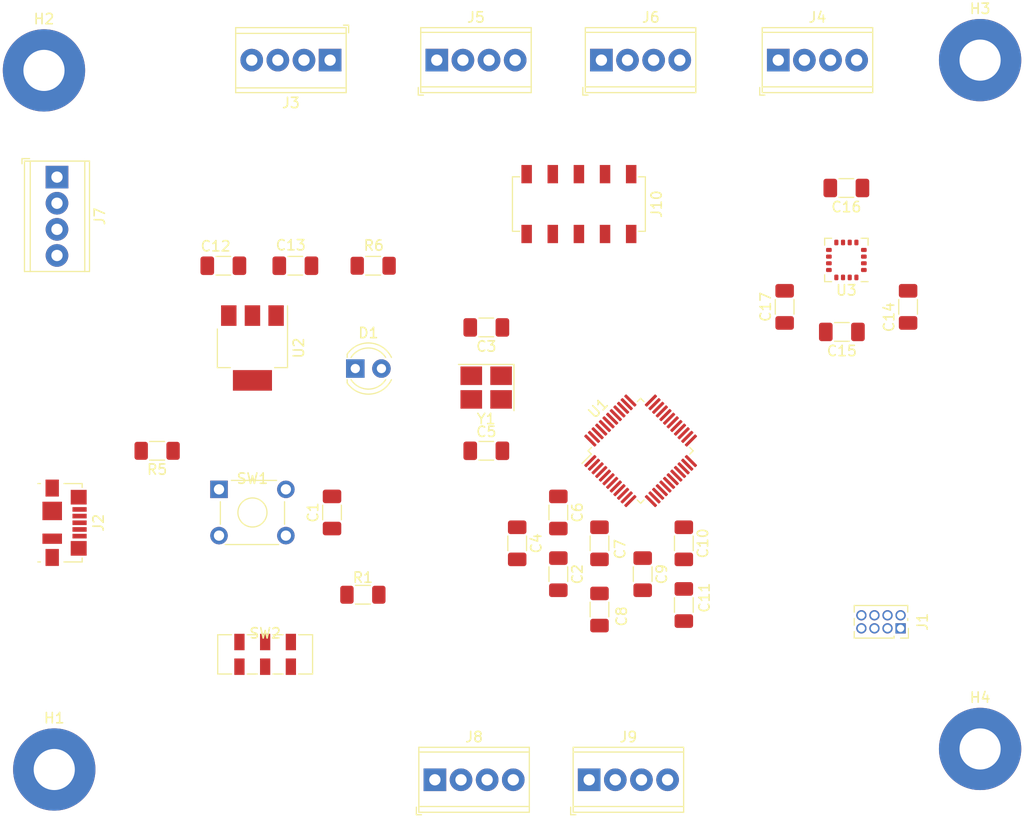
<source format=kicad_pcb>
(kicad_pcb (version 20211014) (generator pcbnew)
  (layers (0 "F.Cu" signal) (31 "B.Cu" signal) (34 "B.Paste" user) (35 "F.Paste" user) (36 "B.SilkS" user "B.Silkscreen") (37 "F.SilkS" user "F.Silkscreen") (38 "B.Mask" user) (39 "F.Mask" user) (44 "Edge.Cuts" user))
  (net 0 "")
  (net 1 "A4")
  (net 2 "GYRO_INT")
  (net 3 "A10")
  (net 4 "GND")
  (net 5 "A0")
  (net 6 "A1")
  (net 7 "A2")
  (net 8 "A3")
  (net 9 "+7.5V")
  (net 12 "D9")
  (net 13 "3.3")
  (net 14 "D5")
  (net 15 "D6")
  (net 16 "D7")
  (net 17 "D8")
  (net 18 "C15")
  (net 19 "D0")
  (net 20 "D1")
  (net 21 "D2")
  (net 22 "C13")
  (net 23 "C14")
  (net 24 "Net-(D1-Pad1)")
  (net 25 "+3.3V")
  (net 26 "/USB_D+")
  (net 27 "Net-(R1-Pad1)")
  (net 28 "/variable_boot")
  (net 29 "+3V3")
  (net 30 "/RCC_OSC_IN")
  (net 31 "/RCC_OSC_OUT")
  (net 32 "nRST")
  (net 33 "SCK")
  (net 34 "MISO")
  (net 35 "MOSI")
  (net 36 "I2C_SCL")
  (net 37 "I2C_SDA")
  (net 38 "GYRO_SDO")
  (net 39 "GYRO_CS")
  (net 40 "DRDY")
  (net 41 "DEN")
  (net 42 "nrf_CE")
  (net 43 "/USB_D-")
  (net 44 "SWDIO")
  (net 45 "SWCLK")
  (net 46 "TDI")
  (net 47 "TDO")
  (net 49 "Net-(C17-Pad1)")
  (footprint "Capacitor_SMD:C_1206_3216Metric_Pad1.33x1.80mm_HandSolder" (layer "F.Cu") (at 132 132 -90)
    (fp_text reference "C7" (at 0.5625 -2 90) (layer "F.SilkS"))
    (fp_text value "100n")
    (fp_line (start -0.711252 0.91) (end 0.711252 0.91) (layer "F.SilkS") (width 0.12))
    (fp_line (start -0.711252 -0.91) (end 0.711252 -0.91) (layer "F.SilkS") (width 0.12))
    (pad "1" smd roundrect (at -1.5625 0 270) (size 1.325 1.8) (layers "F.Cu" "F.Paste" "F.Mask") (roundrect_rratio 0.188679) (net 29 "+3V3"))
    (pad "2" smd roundrect (at 1.5625 0 270) (size 1.325 1.8) (layers "F.Cu" "F.Paste" "F.Mask") (roundrect_rratio 0.188679) (net 4 "GND"))
  )
  (footprint "Package_TO_SOT_SMD:SOT-223-3_TabPin2" (layer "F.Cu") (at 98.265 113 -90)
    (fp_text reference "U2" (at 0 -4.5 90) (layer "F.SilkS"))
    (fp_text value "AMS1117-3.3")
    (fp_line (start -1.85 3.41) (end 1.91 3.41) (layer "F.SilkS") (width 0.12))
    (fp_line (start 1.91 3.41) (end 1.91 2.15) (layer "F.SilkS") (width 0.12))
    (fp_line (start -4.1 -3.41) (end 1.91 -3.41) (layer "F.SilkS") (width 0.12))
    (fp_line (start 1.91 -3.41) (end 1.91 -2.15) (layer "F.SilkS") (width 0.12))
    (pad "1" smd rect (at -3.15 -2.3 270) (size 2 1.5) (layers "F.Cu" "F.Paste" "F.Mask") (net 4 "GND"))
    (pad "2" smd rect (at 3.15 0 270) (size 2 3.8) (layers "F.Cu" "F.Paste" "F.Mask") (net 25 "+3.3V"))
    (pad "2" smd rect (at -3.15 0 270) (size 2 1.5) (layers "F.Cu" "F.Paste" "F.Mask") (net 25 "+3.3V"))
    (pad "3" smd rect (at -3.15 2.3 270) (size 2 1.5) (layers "F.Cu" "F.Paste" "F.Mask") (net 9 "+7.5V"))
  )
  (footprint "Crystal:Crystal_SMD_TXC_7M-4Pin_3.2x2.5mm_HandSoldering" (layer "F.Cu") (at 120.9875 116.85 180)
    (fp_text reference "Y1" (at 0 -3.05) (layer "F.SilkS"))
    (fp_text value "16MHz")
    (fp_line (start -2.7 2.25) (end 2.7 2.25) (layer "F.SilkS") (width 0.12))
    (fp_line (start -2.7 -2.25) (end -2.7 2.25) (layer "F.SilkS") (width 0.12))
    (pad "1" smd rect (at -1.45 1.15 180) (size 2.1 1.8) (layers "F.Cu" "F.Paste" "F.Mask") (net 30 "/RCC_OSC_IN"))
    (pad "2" smd rect (at 1.45 1.15 180) (size 2.1 1.8) (layers "F.Cu" "F.Paste" "F.Mask") (net 4 "GND"))
    (pad "3" smd rect (at 1.45 -1.15 180) (size 2.1 1.8) (layers "F.Cu" "F.Paste" "F.Mask") (net 31 "/RCC_OSC_OUT"))
    (pad "4" smd rect (at -1.45 -1.15 180) (size 2.1 1.8) (layers "F.Cu" "F.Paste" "F.Mask") (net 4 "GND"))
  )
  (footprint "TerminalBlock_Phoenix:TerminalBlock_Phoenix_MPT-0,5-4-2.54_1x04_P2.54mm_Horizontal" (layer "F.Cu") (at 116 155)
    (fp_text reference "J8" (at 3.81 -4.16) (layer "F.SilkS"))
    (fp_text value "1x4")
    (fp_line (start -1.8 3.4) (end -1.3 3.4) (layer "F.SilkS") (width 0.12))
    (fp_line (start -1.8 2.66) (end -1.8 3.4) (layer "F.SilkS") (width 0.12))
    (fp_line (start -1.56 -2.7) (end 9.18 -2.7) (layer "F.SilkS") (width 0.12))
    (fp_line (start -1.56 3.16) (end 9.18 3.16) (layer "F.SilkS") (width 0.12))
    (fp_line (start 9.18 -3.16) (end 9.18 3.16) (layer "F.SilkS") (width 0.12))
    (fp_line (start -1.56 -3.16) (end 9.18 -3.16) (layer "F.SilkS") (width 0.12))
    (fp_line (start -1.56 -3.16) (end -1.56 3.16) (layer "F.SilkS") (width 0.12))
    (fp_line (start -1.56 2.6) (end 9.18 2.6) (layer "F.SilkS") (width 0.12))
    (pad "1" thru_hole rect (at 0 0) (size 2.2 2.2) (drill 1.1) (layers *.Cu *.Mask) (net 5 "A0"))
    (pad "2" thru_hole circle (at 2.54 0) (size 2.2 2.2) (drill 1.1) (layers *.Cu *.Mask) (net 6 "A1"))
    (pad "3" thru_hole circle (at 5.08 0) (size 2.2 2.2) (drill 1.1) (layers *.Cu *.Mask) (net 7 "A2"))
    (pad "4" thru_hole circle (at 7.62 0) (size 2.2 2.2) (drill 1.1) (layers *.Cu *.Mask) (net 8 "A3"))
  )
  (footprint "Button_Switch_THT:SW_TH_Tactile_Omron_B3F-10xx" (layer "F.Cu") (at 95.015 126.75)
    (fp_text reference "SW1" (at 3.25 -1.05) (layer "F.SilkS"))
    (fp_text value "SW_SPST")
    (fp_line (start 0.6 5.37) (end 5.8 5.37) (layer "F.SilkS") (width 0.12))
    (fp_line (start 0.13 3.4) (end 0.13 1.2) (layer "F.SilkS") (width 0.12))
    (fp_line (start 1.2 -0.87) (end 5.6 -0.87) (layer "F.SilkS") (width 0.12))
    (fp_line (start 6.37 1.2) (end 6.37 3.4) (layer "F.SilkS") (width 0.12))
    (fp_circle (center 3.25 2.25) (end 4.25 3.25) (layer "F.SilkS") (width 0.12) (fill none))
    (pad "1" thru_hole circle (at 6.5 0) (size 1.7 1.7) (drill 1) (layers *.Cu *.Mask) (net 4 "GND"))
    (pad "1" thru_hole rect (at 0 0) (size 1.7 1.7) (drill 1) (layers *.Cu *.Mask) (net 4 "GND"))
    (pad "2" thru_hole circle (at 0 4.5) (size 1.7 1.7) (drill 1) (layers *.Cu *.Mask) (net 32 "nRST"))
    (pad "2" thru_hole circle (at 6.5 4.5) (size 1.7 1.7) (drill 1) (layers *.Cu *.Mask) (net 32 "nRST"))
  )
  (footprint "Capacitor_SMD:C_1206_3216Metric_Pad1.33x1.80mm_HandSolder" (layer "F.Cu") (at 150 109 90)
    (fp_text reference "C17" (at 0 -1.85 90) (layer "F.SilkS"))
    (fp_text value "10n")
    (fp_line (start -0.711252 -0.91) (end 0.711252 -0.91) (layer "F.SilkS") (width 0.12))
    (fp_line (start -0.711252 0.91) (end 0.711252 0.91) (layer "F.SilkS") (width 0.12))
    (pad "1" smd roundrect (at -1.5625 0 90) (size 1.325 1.8) (layers "F.Cu" "F.Paste" "F.Mask") (roundrect_rratio 0.188679) (net 49 "Net-(C17-Pad1)"))
    (pad "2" smd roundrect (at 1.5625 0 90) (size 1.325 1.8) (layers "F.Cu" "F.Paste" "F.Mask") (roundrect_rratio 0.188679) (net 4 "GND"))
  )
  (footprint "Connector_Harwin:Harwin_M20-7810545_2x05_P2.54mm_Vertical" (layer "F.Cu") (at 130 99 -90)
    (fp_text reference "J10" (at 0 -7.55 90) (layer "F.SilkS"))
    (fp_text value "Conn_02x05_Odd_Even")
    (fp_line (start 2.65 -6.46) (end 2.65 -5.76) (layer "F.SilkS") (width 0.12))
    (fp_line (start -2.65 -6.46) (end 2.65 -6.46) (layer "F.SilkS") (width 0.12))
    (fp_line (start -2.65 6.46) (end 2.65 6.46) (layer "F.SilkS") (width 0.12))
    (fp_line (start -2.65 5.76) (end -2.65 6.46) (layer "F.SilkS") (width 0.12))
    (fp_line (start 2.65 6.46) (end 2.65 5.76) (layer "F.SilkS") (width 0.12))
    (fp_line (start -2.65 -5.76) (end -2.65 -6.46) (layer "F.SilkS") (width 0.12))
    (pad "" np_thru_hole circle (at 1.27 2.54 270) (size 1.02 1.02) (drill 1.02) (layers *.Cu *.Mask))
    (pad "" np_thru_hole circle (at -1.27 0 270) (size 1.02 1.02) (drill 1.02) (layers *.Cu *.Mask))
    (pad "" np_thru_hole circle (at 1.27 -5.08 270) (size 1.02 1.02) (drill 1.02) (layers *.Cu *.Mask))
    (pad "" np_thru_hole circle (at 0 -3.81 270) (size 1.8 1.8) (drill 1.8) (layers *.Cu *.Mask))
    (pad "" np_thru_hole circle (at 1.27 -2.54 270) (size 1.02 1.02) (drill 1.02) (layers *.Cu *.Mask))
    (pad "" np_thru_hole circle (at 0 3.81 270) (size 1.8 1.8) (drill 1.8) (layers *.Cu *.Mask))
    (pad "" np_thru_hole circle (at -1.27 2.54 270) (size 1.02 1.02) (drill 1.02) (layers *.Cu *.Mask))
    (pad "" np_thru_hole circle (at -1.27 -5.08 270) (size 1.02 1.02) (drill 1.02) (layers *.Cu *.Mask))
    (pad "" np_thru_hole circle (at -1.27 -2.54 270) (size 1.02 1.02) (drill 1.02) (layers *.Cu *.Mask))
    (pad "" np_thru_hole circle (at -1.27 5.08 270) (size 1.02 1.02) (drill 1.02) (layers *.Cu *.Mask))
    (pad "" np_thru_hole circle (at 1.27 5.08 270) (size 1.02 1.02) (drill 1.02) (layers *.Cu *.Mask))
    (pad "" np_thru_hole circle (at 1.27 0 270) (size 1.02 1.02) (drill 1.02) (layers *.Cu *.Mask))
    (pad "1" smd rect (at -2.91 -5.08 270) (size 1.78 1.02) (layers "F.Cu" "F.Paste" "F.Mask") (net 9 "+7.5V"))
    (pad "2" smd rect (at -2.91 -2.54 270) (size 1.78 1.02) (layers "F.Cu" "F.Paste" "F.Mask") (net 44 "SWDIO"))
    (pad "3" smd rect (at -2.91 0 270) (size 1.78 1.02) (layers "F.Cu" "F.Paste" "F.Mask") (net 4 "GND"))
    (pad "4" smd rect (at -2.91 2.54 270) (size 1.78 1.02) (layers "F.Cu" "F.Paste" "F.Mask") (net 45 "SWCLK"))
    (pad "5" smd rect (at -2.91 5.08 270) (size 1.78 1.02) (layers "F.Cu" "F.Paste" "F.Mask") (net 4 "GND"))
    (pad "6" smd rect (at 2.91 -5.08 270) (size 1.78 1.02) (layers "F.Cu" "F.Paste" "F.Mask") (net 47 "TDO"))
    (pad "7" smd rect (at 2.91 -2.54 270) (size 1.78 1.02) (layers "F.Cu" "F.Paste" "F.Mask"))
    (pad "8" smd rect (at 2.91 0 270) (size 1.78 1.02) (layers "F.Cu" "F.Paste" "F.Mask") (net 46 "TDI"))
    (pad "9" smd rect (at 2.91 2.54 270) (size 1.78 1.02) (layers "F.Cu" "F.Paste" "F.Mask") (net 4 "GND"))
    (pad "10" smd rect (at 2.91 5.08 270) (size 1.78 1.02) (layers "F.Cu" "F.Paste" "F.Mask") (net 32 "nRST"))
  )
  (footprint "Capacitor_SMD:C_1206_3216Metric_Pad1.33x1.80mm_HandSolder" (layer "F.Cu") (at 140.2 132 -90)
    (fp_text reference "C10" (at 0 -1.85 90) (layer "F.SilkS"))
    (fp_text value "100n")
    (fp_line (start -0.711252 0.91) (end 0.711252 0.91) (layer "F.SilkS") (width 0.12))
    (fp_line (start -0.711252 -0.91) (end 0.711252 -0.91) (layer "F.SilkS") (width 0.12))
    (pad "1" smd roundrect (at -1.5625 0 270) (size 1.325 1.8) (layers "F.Cu" "F.Paste" "F.Mask") (roundrect_rratio 0.188679) (net 29 "+3V3"))
    (pad "2" smd roundrect (at 1.5625 0 270) (size 1.325 1.8) (layers "F.Cu" "F.Paste" "F.Mask") (roundrect_rratio 0.188679) (net 4 "GND"))
  )
  (footprint "TerminalBlock_Phoenix:TerminalBlock_Phoenix_MPT-0,5-4-2.54_1x04_P2.54mm_Horizontal" (layer "F.Cu") (at 105.815 85 180)
    (fp_text reference "J3" (at 3.81 -4.16) (layer "F.SilkS"))
    (fp_text value "1x4")
    (fp_line (start -1.56 3.16) (end 9.18 3.16) (layer "F.SilkS") (width 0.12))
    (fp_line (start 9.18 -3.16) (end 9.18 3.16) (layer "F.SilkS") (width 0.12))
    (fp_line (start -1.56 2.6) (end 9.18 2.6) (layer "F.SilkS") (width 0.12))
    (fp_line (start -1.8 3.4) (end -1.3 3.4) (layer "F.SilkS") (width 0.12))
    (fp_line (start -1.8 2.66) (end -1.8 3.4) (layer "F.SilkS") (width 0.12))
    (fp_line (start -1.56 -2.7) (end 9.18 -2.7) (layer "F.SilkS") (width 0.12))
    (fp_line (start -1.56 -3.16) (end -1.56 3.16) (layer "F.SilkS") (width 0.12))
    (fp_line (start -1.56 -3.16) (end 9.18 -3.16) (layer "F.SilkS") (width 0.12))
    (pad "1" thru_hole rect (at 0 0 180) (size 2.2 2.2) (drill 1.1) (layers *.Cu *.Mask) (net 13 "3.3"))
    (pad "2" thru_hole circle (at 2.54 0 180) (size 2.2 2.2) (drill 1.1) (layers *.Cu *.Mask) (net 4 "GND"))
    (pad "3" thru_hole circle (at 5.08 0 180) (size 2.2 2.2) (drill 1.1) (layers *.Cu *.Mask) (net 22 "C13"))
    (pad "4" thru_hole circle (at 7.62 0 180) (size 2.2 2.2) (drill 1.1) (layers *.Cu *.Mask) (net 23 "C14"))
  )
  (footprint "LED_THT:LED_D4.0mm" (layer "F.Cu") (at 108.265 115)
    (fp_text reference "D1" (at 1.27 -3.46) (layer "F.SilkS"))
    (fp_text value "LED")
    (fp_line (start -0.79 -1.399) (end -0.79 -1.08) (layer "F.SilkS") (width 0.12))
    (fp_line (start -0.79 1.08) (end -0.79 1.399) (layer "F.SilkS") (width 0.12))
    (fp_arc (start 3.513242 1.080724) (mid 1.453519 2.483228) (end -0.79 1.398749) (layer "F.SilkS") (width 0.12))
    (fp_arc (start -0.41333 -1.08) (mid 1.269429 -2) (end 2.952713 -1.080961) (layer "F.SilkS") (width 0.12))
    (fp_arc (start 2.952713 1.080961) (mid 1.269429 2) (end -0.41333 1.08) (layer "F.SilkS") (width 0.12))
    (fp_arc (start -0.79 -1.398749) (mid 1.453519 -2.483228) (end 3.513242 -1.080724) (layer "F.SilkS") (width 0.12))
    (pad "1" thru_hole rect (at 0 0) (size 1.8 1.8) (drill 0.9) (layers *.Cu *.Mask) (net 24 "Net-(D1-Pad1)"))
    (pad "2" thru_hole circle (at 2.54 0) (size 1.8 1.8) (drill 0.9) (layers *.Cu *.Mask) (net 25 "+3.3V"))
  )
  (footprint "TerminalBlock_Phoenix:TerminalBlock_Phoenix_MPT-0,5-4-2.54_1x04_P2.54mm_Horizontal" (layer "F.Cu") (at 132.185 85)
    (fp_text reference "J6" (at 4.81 -4.16) (layer "F.SilkS"))
    (fp_text value "1x4")
    (fp_line (start -1.56 3.16) (end 9.18 3.16) (layer "F.SilkS") (width 0.12))
    (fp_line (start -1.8 2.66) (end -1.8 3.4) (layer "F.SilkS") (width 0.12))
    (fp_line (start -1.56 2.6) (end 9.18 2.6) (layer "F.SilkS") (width 0.12))
    (fp_line (start -1.56 -3.16) (end -1.56 3.16) (layer "F.SilkS") (width 0.12))
    (fp_line (start -1.56 -2.7) (end 9.18 -2.7) (layer "F.SilkS") (width 0.12))
    (fp_line (start -1.56 -3.16) (end 9.18 -3.16) (layer "F.SilkS") (width 0.12))
    (fp_line (start -1.8 3.4) (end -1.3 3.4) (layer "F.SilkS") (width 0.12))
    (fp_line (start 9.18 -3.16) (end 9.18 3.16) (layer "F.SilkS") (width 0.12))
    (pad "1" thru_hole rect (at 0 0) (size 2.2 2.2) (drill 1.1) (layers *.Cu *.Mask) (net 12 "D9"))
    (pad "2" thru_hole circle (at 2.54 0) (size 2.2 2.2) (drill 1.1) (layers *.Cu *.Mask) (net 4 "GND"))
    (pad "3" thru_hole circle (at 5.08 0) (size 2.2 2.2) (drill 1.1) (layers *.Cu *.Mask) (net 4 "GND"))
    (pad "4" thru_hole circle (at 7.62 0) (size 2.2 2.2) (drill 1.1) (layers *.Cu *.Mask) (net 13 "3.3"))
  )
  (footprint "Package_QFP:LQFP-48_7x7mm_P0.5mm" (layer "F.Cu") (at 136 123 45)
    (fp_text reference "U1" (at 0 -5.85 45) (layer "F.SilkS"))
    (fp_text value "STM32F103CBT6")
    (fp_line (start 3.16 -3.61) (end 3.61 -3.61) (layer "F.SilkS") (width 0.12))
    (fp_line (start -3.16 -3.61) (end -3.61 -3.61) (layer "F.SilkS") (width 0.12))
    (fp_line (start -3.16 3.61) (end -3.61 3.61) (layer "F.SilkS") (width 0.12))
    (fp_line (start 3.16 3.61) (end 3.61 3.61) (layer "F.SilkS") (width 0.12))
    (fp_line (start 3.61 -3.61) (end 3.61 -3.16) (layer "F.SilkS") (width 0.12))
    (fp_line (start -3.61 3.61) (end -3.61 3.16) (layer "F.SilkS") (width 0.12))
    (fp_line (start -3.61 -3.16) (end -4.9 -3.16) (layer "F.SilkS") (width 0.12))
    (fp_line (start 3.61 3.61) (end 3.61 3.16) (layer "F.SilkS") (width 0.12))
    (fp_line (start -3.61 -3.61) (end -3.61 -3.16) (layer "F.SilkS") (width 0.12))
    (pad "1" smd roundrect (at -4.1625 -2.75 45) (size 1.475 0.3) (layers "F.Cu" "F.Paste" "F.Mask") (net 29 "+3V3"))
    (pad "2" smd roundrect (at -4.1625 -2.25 45) (size 1.475 0.3) (layers "F.Cu" "F.Paste" "F.Mask") (net 22 "C13"))
    (pad "3" smd roundrect (at -4.1625 -1.75 45) (size 1.475 0.3) (layers "F.Cu" "F.Paste" "F.Mask") (net 23 "C14"))
    (pad "4" smd roundrect (at -4.1625 -1.25 45) (size 1.475 0.3) (layers "F.Cu" "F.Paste" "F.Mask") (net 18 "C15"))
    (pad "5" smd roundrect (at -4.1625 -0.75 45) (size 1.475 0.3) (layers "F.Cu" "F.Paste" "F.Mask") (net 30 "/RCC_OSC_IN"))
    (pad "6" smd roundrect (at -4.1625 -0.25 45) (size 1.475 0.3) (layers "F.Cu" "F.Paste" "F.Mask") (net 31 "/RCC_OSC_OUT"))
    (pad "7" smd roundrect (at -4.1625 0.25 45) (size 1.475 0.3) (layers "F.Cu" "F.Paste" "F.Mask") (net 32 "nRST"))
    (pad "8" smd roundrect (at -4.1625 0.75 45) (size 1.475 0.3) (layers "F.Cu" "F.Paste" "F.Mask") (net 4 "GND"))
    (pad "9" smd roundrect (at -4.1625 1.25 45) (size 1.475 0.3) (layers "F.Cu" "F.Paste" "F.Mask") (net 29 "+3V3"))
    (pad "10" smd roundrect (at -4.1625 1.75 45) (size 1.475 0.3) (layers "F.Cu" "F.Paste" "F.Mask") (net 5 "A0"))
    (pad "11" smd roundrect (at -4.1625 2.25 45) (size 1.475 0.3) (layers "F.Cu" "F.Paste" "F.Mask") (net 6 "A1"))
    (pad "12" smd roundrect (at -4.1625 2.75 45) (size 1.475 0.3) (layers "F.Cu" "F.Paste" "F.Mask") (net 7 "A2"))
    (pad "13" smd roundrect (at -2.75 4.1625 45) (size 0.3 1.475) (layers "F.Cu" "F.Paste" "F.Mask") (net 8 "A3"))
    (pad "14" smd roundrect (at -2.25 4.1625 45) (size 0.3 1.475) (layers "F.Cu" "F.Paste" "F.Mask") (net 1 "A4"))
    (pad "15" smd roundrect (at -1.75 4.1625 45) (size 0.3 1.475) (layers "F.Cu" "F.Paste" "F.Mask") (net 33 "SCK"))
    (pad "16" smd roundrect (at -1.25 4.1625 45) (size 0.3 1.475) (layers "F.Cu" "F.Paste" "F.Mask") (net 34 "MISO"))
    (pad "17" smd roundrect (at -0.75 4.1625 45) (size 0.3 1.475) (layers "F.Cu" "F.Paste" "F.Mask") (net 35 "MOSI"))
    (pad "18" smd roundrect (at -0.25 4.1625 45) (size 0.3 1.475) (layers "F.Cu" "F.Paste" "F.Mask") (net 19 "D0"))
    (pad "19" smd roundrect (at 0.25 4.1625 45) (size 0.3 1.475) (layers "F.Cu" "F.Paste" "F.Mask") (net 20 "D1"))
    (pad "20" smd roundrect (at 0.75 4.1625 45) (size 0.3 1.475) (layers "F.Cu" "F.Paste" "F.Mask") (net 21 "D2"))
    (pad "21" smd roundrect (at 1.25 4.1625 45) (size 0.3 1.475) (layers "F.Cu" "F.Paste" "F.Mask") (net 36 "I2C_SCL"))
    (pad "22" smd roundrect (at 1.75 4.1625 45) (size 0.3 1.475) (layers "F.Cu" "F.Paste" "F.Mask") (net 37 "I2C_SDA"))
    (pad "23" smd roundrect (at 2.25 4.1625 45) (size 0.3 1.475) (layers "F.Cu" "F.Paste" "F.Mask") (net 4 "GND"))
    (pad "24" smd roundrect (at 2.75 4.1625 45) (size 0.3 1.475) (layers "F.Cu" "F.Paste" "F.Mask") (net 29 "+3V3"))
    (pad "25" smd roundrect (at 4.1625 2.75 45) (size 1.475 0.3) (layers "F.Cu" "F.Paste" "F.Mask") (net 38 "GYRO_SDO"))
    (pad "26" smd roundrect (at 4.1625 2.25 45) (size 1.475 0.3) (layers "F.Cu" "F.Paste" "F.Mask") (net 39 "GYRO_CS"))
    (pad "27" smd roundrect (at 4.1625 1.75 45) (size 1.475 0.3) (layers "F.Cu" "F.Paste" "F.Mask") (net 40 "DRDY"))
    (pad "28" smd roundrect (at 4.1625 1.25 45) (size 1.475 0.3) (layers "F.Cu" "F.Paste" "F.Mask") (net 41 "DEN"))
    (pad "29" smd roundrect (at 4.1625 0.75 45) (size 1.475 0.3) (layers "F.Cu" "F.Paste" "F.Mask") (net 42 "nrf_CE"))
    (pad "30" smd roundrect (at 4.1625 0.25 45) (size 1.475 0.3) (layers "F.Cu" "F.Paste" "F.Mask") (net 2 "GYRO_INT"))
    (pad "31" smd roundrect (at 4.1625 -0.25 45) (size 1.475 0.3) (layers "F.Cu" "F.Paste" "F.Mask") (net 3 "A10"))
    (pad "32" smd roundrect (at 4.1625 -0.75 45) (size 1.475 0.3) (layers "F.Cu" "F.Paste" "F.Mask") (net 43 "/USB_D-"))
    (pad "33" smd roundrect (at 4.1625 -1.25 45) (size 1.475 0.3) (layers "F.Cu" "F.Paste" "F.Mask") (net 26 "/USB_D+"))
    (pad "34" smd roundrect (at 4.1625 -1.75 45) (size 1.475 0.3) (layers "F.Cu" "F.Paste" "F.Mask") (net 44 "SWDIO"))
    (pad "35" smd roundrect (at 4.1625 -2.25 45) (size 1.475 0.3) (layers "F.Cu" "F.Paste" "F.Mask") (net 4 "GND"))
    (pad "36" smd roundrect (at 4.1625 -2.75 45) (size 1.475 0.3) (layers "F.Cu" "F.Paste" "F.Mask") (net 29 "+3V3"))
    (pad "37" smd roundrect (at 2.75 -4.1625 45) (size 0.3 1.475) (layers "F.Cu" "F.Paste" "F.Mask") (net 45 "SWCLK"))
    (pad "38" smd roundrect (at 2.25 -4.1625 45) (size 0.3 1.475) (layers "F.Cu" "F.Paste" "F.Mask") (net 46 "TDI"))
    (pad "39" smd roundrect (at 1.75 -4.1625 45) (size 0.3 1.475) (layers "F.Cu" "F.Paste" "F.Mask") (net 47 "TDO"))
    (pad "40" smd roundrect (at 1.25 -4.1625 45) (size 0.3 1.475) (layers "F.Cu" "F.Paste" "F.Mask"))
    (pad "41" smd roundrect (at 0.75 -4.1625 45) (size 0.3 1.475) (layers "F.Cu" "F.Paste" "F.Mask") (net 14 "D5"))
    (pad "42" smd roundrect (at 0.25 -4.1625 45) (size 0.3 1.475) (layers "F.Cu" "F.Paste" "F.Mask") (net 15 "D6"))
    (pad "43" smd roundrect (at -0.25 -4.1625 45) (size 0.3 1.475) (layers "F.Cu" "F.Paste" "F.Mask") (net 16 "D7"))
    (pad "44" smd roundrect (at -0.75 -4.1625 45) (size 0.3 1.475) (layers "F.Cu" "F.Paste" "F.Mask") (net 28 "/variable_boot"))
    (pad "45" smd roundrect (at -1.25 -4.1625 45) (size 0.3 1.475) (layers "F.Cu" "F.Paste" "F.Mask") (net 17 "D8"))
    (pad "46" smd roundrect (at -1.75 -4.1625 45) (size 0.3 1.475) (layers "F.Cu" "F.Paste" "F.Mask") (net 12 "D9"))
    (pad "47" smd roundrect (at -2.25 -4.1625 45) (size 0.3 1.475) (layers "F.Cu" "F.Paste" "F.Mask") (net 4 "GND"))
    (pad "48" smd roundrect (at -2.75 -4.1625 45) (size 0.3 1.475) (layers "F.Cu" "F.Paste" "F.Mask") (net 29 "+3V3"))
  )
  (footprint "Capacitor_SMD:C_1206_3216Metric_Pad1.33x1.80mm_HandSolder" (layer "F.Cu") (at 106 129 90)
    (fp_text reference "C1" (at 0 -1.85 90) (layer "F.SilkS"))
    (fp_text value "100n")
    (fp_line (start -0.711252 -0.91) (end 0.711252 -0.91) (layer "F.SilkS") (width 0.12))
    (fp_line (start -0.711252 0.91) (end 0.711252 0.91) (layer "F.SilkS") (width 0.12))
    (pad "1" smd roundrect (at -1.5625 0 90) (size 1.325 1.8) (layers "F.Cu" "F.Paste" "F.Mask") (roundrect_rratio 0.188679) (net 32 "nRST"))
    (pad "2" smd roundrect (at 1.5625 0 90) (size 1.325 1.8) (layers "F.Cu" "F.Paste" "F.Mask") (roundrect_rratio 0.188679) (net 4 "GND"))
  )
  (footprint "Connector_USB:USB_Micro-B_Molex_47346-0001" (layer "F.Cu") (at 80 130 -90)
    (fp_text reference "J2" (at 0 -3.3 90) (layer "F.SilkS"))
    (fp_text value "USB_B_Micro")
    (fp_line (start -3.81 2.6) (end -3.81 2.34) (layer "F.SilkS") (width 0.12))
    (fp_line (start -3.81 0.06) (end -3.81 -1.71) (layer "F.SilkS") (width 0.12))
    (fp_line (start 3.81 -1.71) (end 3.43 -1.71) (layer "F.SilkS") (width 0.12))
    (fp_line (start 3.81 -1.71) (end 3.81 0.06) (layer "F.SilkS") (width 0.12))
    (fp_line (start -3.81 -1.71) (end -3.43 -1.71) (layer "F.SilkS") (width 0.12))
    (fp_line (start 3.81 2.34) (end 3.81 2.6) (layer "F.SilkS") (width 0.12))
    (pad "1" smd rect (at -1.3 -1.46 270) (size 0.45 1.38) (layers "F.Cu" "F.Paste" "F.Mask") (net 9 "+7.5V"))
    (pad "2" smd rect (at -0.65 -1.46 270) (size 0.45 1.38) (layers "F.Cu" "F.Paste" "F.Mask") (net 43 "/USB_D-"))
    (pad "3" smd rect (at 0 -1.46 270) (size 0.45 1.38) (layers "F.Cu" "F.Paste" "F.Mask") (net 26 "/USB_D+"))
    (pad "4" smd rect (at 0.65 -1.46 270) (size 0.45 1.38) (layers "F.Cu" "F.Paste" "F.Mask"))
    (pad "5" smd rect (at 1.3 -1.46 270) (size 0.45 1.38) (layers "F.Cu" "F.Paste" "F.Mask") (net 4 "GND"))
    (pad "6" smd rect (at -2.4875 -1.375 270) (size 1.425 1.55) (layers "F.Cu" "F.Paste" "F.Mask"))
    (pad "6" smd rect (at 3.375 1.2 270) (size 1.65 1.3) (layers "F.Cu" "F.Paste" "F.Mask"))
    (pad "6" smd rect (at -3.375 1.2 270) (size 1.65 1.3) (layers "F.Cu" "F.Paste" "F.Mask"))
    (pad "6" smd rect (at 2.4875 -1.375 270) (size 1.425 1.55) (layers "F.Cu" "F.Paste" "F.Mask"))
    (pad "6" smd rect (at -1.15 1.2 270) (size 1.8 1.9) (layers "F.Cu" "F.Paste" "F.Mask"))
    (pad "6" smd rect (at 1.55 1.2 270) (size 1 1.9) (layers "F.Cu" "F.Paste" "F.Mask"))
  )
  (footprint "TerminalBlock_Phoenix:TerminalBlock_Phoenix_MPT-0,5-4-2.54_1x04_P2.54mm_Horizontal" (layer "F.Cu") (at 116.185 85)
    (fp_text reference "J5" (at 3.81 -4.16) (layer "F.SilkS"))
    (fp_text value "1x4")
    (fp_line (start -1.56 -3.16) (end 9.18 -3.16) (layer "F.SilkS") (width 0.12))
    (fp_line (start -1.8 3.4) (end -1.3 3.4) (layer "F.SilkS") (width 0.12))
    (fp_line (start -1.56 3.16) (end 9.18 3.16) (layer "F.SilkS") (width 0.12))
    (fp_line (start -1.56 -3.16) (end -1.56 3.16) (layer "F.SilkS") (width 0.12))
    (fp_line (start 9.18 -3.16) (end 9.18 3.16) (layer "F.SilkS") (width 0.12))
    (fp_line (start -1.8 2.66) (end -1.8 3.4) (layer "F.SilkS") (width 0.12))
    (fp_line (start -1.56 2.6) (end 9.18 2.6) (layer "F.SilkS") (width 0.12))
    (fp_line (start -1.56 -2.7) (end 9.18 -2.7) (layer "F.SilkS") (width 0.12))
    (pad "1" thru_hole rect (at 0 0) (size 2.2 2.2) (drill 1.1) (layers *.Cu *.Mask) (net 14 "D5"))
    (pad "2" thru_hole circle (at 2.54 0) (size 2.2 2.2) (drill 1.1) (layers *.Cu *.Mask) (net 15 "D6"))
    (pad "3" thru_hole circle (at 5.08 0) (size 2.2 2.2) (drill 1.1) (layers *.Cu *.Mask) (net 16 "D7"))
    (pad "4" thru_hole circle (at 7.62 0) (size 2.2 2.2) (drill 1.1) (layers *.Cu *.Mask) (net 17 "D8"))
  )
  (footprint "Capacitor_SMD:C_1206_3216Metric_Pad1.33x1.80mm_HandSolder" (layer "F.Cu") (at 95.4375 105)
    (fp_text reference "C12" (at -0.75 -1.9) (layer "F.SilkS"))
    (fp_text value "10u")
    (fp_line (start -0.711252 -0.91) (end 0.711252 -0.91) (layer "F.SilkS") (width 0.12))
    (fp_line (start -0.711252 0.91) (end 0.711252 0.91) (layer "F.SilkS") (width 0.12))
    (pad "1" smd roundrect (at -1.5625 0) (size 1.325 1.8) (layers "F.Cu" "F.Paste" "F.Mask") (roundrect_rratio 0.188679) (net 9 "+7.5V"))
    (pad "2" smd roundrect (at 1.5625 0) (size 1.325 1.8) (layers "F.Cu" "F.Paste" "F.Mask") (roundrect_rratio 0.188679) (net 4 "GND"))
  )
  (footprint "Capacitor_SMD:C_1206_3216Metric_Pad1.33x1.80mm_HandSolder" (layer "F.Cu") (at 121 111 180)
    (fp_text reference "C3" (at 0 -1.85) (layer "F.SilkS"))
    (fp_text value "10p")
    (fp_line (start -0.711252 0.91) (end 0.711252 0.91) (layer "F.SilkS") (width 0.12))
    (fp_line (start -0.711252 -0.91) (end 0.711252 -0.91) (layer "F.SilkS") (width 0.12))
    (pad "1" smd roundrect (at -1.5625 0 180) (size 1.325 1.8) (layers "F.Cu" "F.Paste" "F.Mask") (roundrect_rratio 0.188679) (net 30 "/RCC_OSC_IN"))
    (pad "2" smd roundrect (at 1.5625 0 180) (size 1.325 1.8) (layers "F.Cu" "F.Paste" "F.Mask") (roundrect_rratio 0.188679) (net 4 "GND"))
  )
  (footprint "MountingHole:MountingHole_4mm_Pad_TopBottom" (layer "F.Cu") (at 78 86)
    (fp_text reference "H2" (at 0 -5) (layer "F.SilkS"))
    (fp_text value "h")
    (pad "1" connect circle (at 0 0) (size 8 8) (layers "F.Cu" "F.Mask") (net 4 "GND"))
    (pad "1" connect circle (at 0 0) (size 8 8) (layers "B.Cu" "B.Mask") (net 4 "GND"))
    (pad "1" thru_hole circle (at 0 0) (size 4.4 4.4) (drill 4) (layers *.Cu *.Mask) (net 4 "GND"))
  )
  (footprint "Capacitor_SMD:C_1206_3216Metric_Pad1.33x1.80mm_HandSolder" (layer "F.Cu") (at 162 109 90)
    (fp_text reference "C14" (at -1 -1.85 90) (layer "F.SilkS"))
    (fp_text value "100n")
    (fp_line (start -0.711252 -0.91) (end 0.711252 -0.91) (layer "F.SilkS") (width 0.12))
    (fp_line (start -0.711252 0.91) (end 0.711252 0.91) (layer "F.SilkS") (width 0.12))
    (pad "1" smd roundrect (at -1.5625 0 90) (size 1.325 1.8) (layers "F.Cu" "F.Paste" "F.Mask") (roundrect_rratio 0.188679) (net 29 "+3V3"))
    (pad "2" smd roundrect (at 1.5625 0 90) (size 1.325 1.8) (layers "F.Cu" "F.Paste" "F.Mask") (roundrect_rratio 0.188679) (net 4 "GND"))
  )
  (footprint "MountingHole:MountingHole_4mm_Pad_TopBottom" (layer "F.Cu") (at 169 152)
    (fp_text reference "H4" (at 0 -5) (layer "F.SilkS"))
    (fp_text value "h")
    (pad "1" thru_hole circle (at 0 0) (size 4.4 4.4) (drill 4) (layers *.Cu *.Mask) (net 4 "GND"))
    (pad "1" connect circle (at 0 0) (size 8 8) (layers "F.Cu" "F.Mask") (net 4 "GND"))
    (pad "1" connect circle (at 0 0) (size 8 8) (layers "B.Cu" "B.Mask") (net 4 "GND"))
  )
  (footprint "TerminalBlock_Phoenix:TerminalBlock_Phoenix_MPT-0,5-4-2.54_1x04_P2.54mm_Horizontal" (layer "F.Cu") (at 149.38 85)
    (fp_text reference "J4" (at 3.81 -4.16) (layer "F.SilkS"))
    (fp_text value "1x4")
    (fp_line (start -1.8 3.4) (end -1.3 3.4) (layer "F.SilkS") (width 0.12))
    (fp_line (start -1.56 -3.16) (end -1.56 3.16) (layer "F.SilkS") (width 0.12))
    (fp_line (start -1.56 2.6) (end 9.18 2.6) (layer "F.SilkS") (width 0.12))
    (fp_line (start -1.8 2.66) (end -1.8 3.4) (layer "F.SilkS") (width 0.12))
    (fp_line (start -1.56 -3.16) (end 9.18 -3.16) (layer "F.SilkS") (width 0.12))
    (fp_line (start -1.56 3.16) (end 9.18 3.16) (layer "F.SilkS") (width 0.12))
    (fp_line (start -1.56 -2.7) (end 9.18 -2.7) (layer "F.SilkS") (width 0.12))
    (fp_line (start 9.18 -3.16) (end 9.18 3.16) (layer "F.SilkS") (width 0.12))
    (pad "1" thru_hole rect (at 0 0) (size 2.2 2.2) (drill 1.1) (layers *.Cu *.Mask) (net 18 "C15"))
    (pad "2" thru_hole circle (at 2.54 0) (size 2.2 2.2) (drill 1.1) (layers *.Cu *.Mask) (net 19 "D0"))
    (pad "3" thru_hole circle (at 5.08 0) (size 2.2 2.2) (drill 1.1) (layers *.Cu *.Mask) (net 20 "D1"))
    (pad "4" thru_hole circle (at 7.62 0) (size 2.2 2.2) (drill 1.1) (layers *.Cu *.Mask) (net 21 "D2"))
  )
  (footprint "Capacitor_SMD:C_1206_3216Metric_Pad1.33x1.80mm_HandSolder" (layer "F.Cu") (at 128 135 -90)
    (fp_text reference "C2" (at 0 -1.85 90) (layer "F.SilkS"))
    (fp_text value "10u")
    (fp_line (start -0.711252 -0.91) (end 0.711252 -0.91) (layer "F.SilkS") (width 0.12))
    (fp_line (start -0.711252 0.91) (end 0.711252 0.91) (layer "F.SilkS") (width 0.12))
    (pad "1" smd roundrect (at -1.5625 0 270) (size 1.325 1.8) (layers "F.Cu" "F.Paste" "F.Mask") (roundrect_rratio 0.188679) (net 29 "+3V3"))
    (pad "2" smd roundrect (at 1.5625 0 270) (size 1.325 1.8) (layers "F.Cu" "F.Paste" "F.Mask") (roundrect_rratio 0.188679) (net 4 "GND"))
  )
  (footprint "Resistor_SMD:R_1206_3216Metric_Pad1.30x1.75mm_HandSolder" (layer "F.Cu") (at 89 123 180)
    (fp_text reference "R5" (at 0 -1.82) (layer "F.SilkS"))
    (fp_text value "1k5")
    (fp_line (start -0.727064 -0.91) (end 0.727064 -0.91) (layer "F.SilkS") (width 0.12))
    (fp_line (start -0.727064 0.91) (end 0.727064 0.91) (layer "F.SilkS") (width 0.12))
    (pad "1" smd roundrect (at -1.55 0 180) (size 1.3 1.75) (layers "F.Cu" "F.Paste" "F.Mask") (roundrect_rratio 0.192308) (net 25 "+3.3V"))
    (pad "2" smd roundrect (at 1.55 0 180) (size 1.3 1.75) (layers "F.Cu" "F.Paste" "F.Mask") (roundrect_rratio 0.192308) (net 26 "/USB_D+"))
  )
  (footprint "Capacitor_SMD:C_1206_3216Metric_Pad1.33x1.80mm_HandSolder" (layer "F.Cu") (at 156 97.4375 180)
    (fp_text reference "C16" (at 0 -1.85) (layer "F.SilkS"))
    (fp_text value "10u")
    (fp_line (start -0.711252 0.91) (end 0.711252 0.91) (layer "F.SilkS") (width 0.12))
    (fp_line (start -0.711252 -0.91) (end 0.711252 -0.91) (layer "F.SilkS") (width 0.12))
    (pad "1" smd roundrect (at -1.5625 0 180) (size 1.325 1.8) (layers "F.Cu" "F.Paste" "F.Mask") (roundrect_rratio 0.188679) (net 29 "+3V3"))
    (pad "2" smd roundrect (at 1.5625 0 180) (size 1.325 1.8) (layers "F.Cu" "F.Paste" "F.Mask") (roundrect_rratio 0.188679) (net 4 "GND"))
  )
  (footprint "Capacitor_SMD:C_1206_3216Metric_Pad1.33x1.80mm_HandSolder" (layer "F.Cu") (at 128 129 -90)
    (fp_text reference "C6" (at 0 -1.85 90) (layer "F.SilkS"))
    (fp_text value "100n")
    (fp_line (start -0.711252 0.91) (end 0.711252 0.91) (layer "F.SilkS") (width 0.12))
    (fp_line (start -0.711252 -0.91) (end 0.711252 -0.91) (layer "F.SilkS") (width 0.12))
    (pad "1" smd roundrect (at -1.5625 0 270) (size 1.325 1.8) (layers "F.Cu" "F.Paste" "F.Mask") (roundrect_rratio 0.188679) (net 29 "+3V3"))
    (pad "2" smd roundrect (at 1.5625 0 270) (size 1.325 1.8) (layers "F.Cu" "F.Paste" "F.Mask") (roundrect_rratio 0.188679) (net 4 "GND"))
  )
  (footprint "Capacitor_SMD:C_1206_3216Metric_Pad1.33x1.80mm_HandSolder" (layer "F.Cu") (at 140.2 138 -90)
    (fp_text reference "C11" (at -0.711252 -2 90) (layer "F.SilkS"))
    (fp_text value "1u")
    (fp_line (start -0.711252 -0.91) (end 0.711252 -0.91) (layer "F.SilkS") (width 0.12))
    (fp_line (start -0.711252 0.91) (end 0.711252 0.91) (layer "F.SilkS") (width 0.12))
    (pad "1" smd roundrect (at -1.5625 0 270) (size 1.325 1.8) (layers "F.Cu" "F.Paste" "F.Mask") (roundrect_rratio 0.188679) (net 29 "+3V3"))
    (pad "2" smd roundrect (at 1.5625 0 270) (size 1.325 1.8) (layers "F.Cu" "F.Paste" "F.Mask") (roundrect_rratio 0.188679) (net 4 "GND"))
  )
  (footprint "Connector_PinSocket_1.27mm:PinSocket_2x04_P1.27mm_Vertical" (layer "F.Cu") (at 161.27 140.27 -90)
    (fp_text reference "J1" (at -0.635 -2.135 90) (layer "F.SilkS"))
    (fp_text value "2x4 female connector")
    (fp_line (start 0.76 0.635) (end 0.95 0.635) (layer "F.SilkS") (width 0.12))
    (fp_line (start -0.96247 -0.695) (end -0.76 -0.695) (layer "F.SilkS") (width 0.12))
    (fp_line (start 0 -0.76) (end 0.95 -0.76) (layer "F.SilkS") (width 0.12))
    (fp_line (start -2.22 -0.695) (end -1.57753 -0.695) (layer "F.SilkS") (width 0.12))
    (fp_line (start 0.95 0.635) (end 0.95 4.505) (layer "F.SilkS") (width 0.12))
    (fp_line (start -2.22 4.505) (end -1.57753 4.505) (layer "F.SilkS") (width 0.12))
    (fp_line (start -2.22 -0.695) (end -2.22 4.505) (layer "F.SilkS") (width 0.12))
    (fp_line (start 0.30753 4.505) (end 0.95 4.505) (layer "F.SilkS") (width 0.12))
    (fp_line (start 0.95 -0.76) (end 0.95 0) (layer "F.SilkS") (width 0.12))
    (fp_line (start -0.96247 4.505) (end -0.30753 4.505) (layer "F.SilkS") (width 0.12))
    (pad "1" thru_hole rect (at 0 0 270) (size 1 1) (drill 0.7) (layers *.Cu *.Mask) (net 4 "GND"))
    (pad "2" thru_hole oval (at -1.27 0 270) (size 1 1) (drill 0.7) (layers *.Cu *.Mask) (net 29 "+3V3"))
    (pad "3" thru_hole oval (at 0 1.27 270) (size 1 1) (drill 0.7) (layers *.Cu *.Mask) (net 42 "nrf_CE"))
    (pad "4" thru_hole oval (at -1.27 1.27 270) (size 1 1) (drill 0.7) (layers *.Cu *.Mask) (net 29 "+3V3"))
    (pad "5" thru_hole oval (at 0 2.54 270) (size 1 1) (drill 0.7) (layers *.Cu *.Mask) (net 33 "SCK"))
    (pad "6" thru_hole oval (at -1.27 2.54 270) (size 1 1) (drill 0.7) (layers *.Cu *.Mask) (net 35 "MOSI"))
    (pad "7" thru_hole oval (at 0 3.81 270) (size 1 1) (drill 0.7) (layers *.Cu *.Mask) (net 34 "MISO"))
    (pad "8" thru_hole oval (at -1.27 3.81 270) (size 1 1) (drill 0.7) (layers *.Cu *.Mask) (net 29 "+3V3"))
  )
  (footprint "Package_LGA:LGA-16_4x4mm_P0.65mm_LayoutBorder4x4y" (layer "F.Cu") (at 156 104.4375 180)
    (fp_text reference "U3" (at 0 -2.95) (layer "F.SilkS"))
    (fp_text value "L3GD20")
    (fp_line (start -2.11 2.11) (end -2.11 1.435) (layer "F.SilkS") (width 0.12))
    (fp_line (start -1.435 -2.11) (end -2.11 -2.11) (layer "F.SilkS") (width 0.12))
    (fp_line (start 1.435 -2.11) (end 2.11 -2.11) (layer "F.SilkS") (width 0.12))
    (fp_line (start -1.435 2.11) (end -2.11 2.11) (layer "F.SilkS") (width 0.12))
    (fp_line (start 1.435 2.11) (end 2.11 2.11) (layer "F.SilkS") (width 0.12))
    (fp_line (start 2.11 -2.11) (end 2.11 -1.435) (layer "F.SilkS") (width 0.12))
    (fp_line (start 2.11 2.11) (end 2.11 1.435) (layer "F.SilkS") (width 0.12))
    (pad "1" smd roundrect (at -1.7 -0.975 180) (size 0.55 0.4) (layers "F.Cu" "F.Paste" "F.Mask") (net 29 "+3V3"))
    (pad "2" smd roundrect (at -1.7 -0.325 180) (size 0.55 0.4) (layers "F.Cu" "F.Paste" "F.Mask") (net 36 "I2C_SCL"))
    (pad "3" smd roundrect (at -1.7 0.325 180) (size 0.55 0.4) (layers "F.Cu" "F.Paste" "F.Mask") (net 37 "I2C_SDA"))
    (pad "4" smd roundrect (at -1.7 0.975 180) (size 0.55 0.4) (layers "F.Cu" "F.Paste" "F.Mask") (net 38 "GYRO_SDO"))
    (pad "5" smd roundrect (at -0.975 1.7 180) (size 0.4 0.55) (layers "F.Cu" "F.Paste" "F.Mask") (net 39 "GYRO_CS"))
    (pad "6" smd roundrect (at -0.325 1.7 180) (size 0.4 0.55) (layers "F.Cu" "F.Paste" "F.Mask") (net 40 "DRDY"))
    (pad "7" smd roundrect (at 0.325 1.7 180) (size 0.4 0.55) (layers "F.Cu" "F.Paste" "F.Mask") (net 2 "GYRO_INT"))
    (pad "8" smd roundrect (at 0.975 1.7 180) (size 0.4 0.55) (layers "F.Cu" "F.Paste" "F.Mask") (net 41 "DEN"))
    (pad "9" smd roundrect (at 1.7 0.975 180) (size 0.55 0.4) (layers "F.Cu" "F.Paste" "F.Mask") (net 4 "GND"))
    (pad "10" smd roundrect (at 1.7 0.325 180) (size 0.55 0.4) (layers "F.Cu" "F.Paste" "F.Mask") (net 4 "GND"))
    (pad "11" smd roundrect (at 1.7 -0.325 180) (size 0.55 0.4) (layers "F.Cu" "F.Paste" "F.Mask") (net 4 "GND"))
    (pad "12" smd roundrect (at 1.7 -0.975 180) (size 0.55 0.4) (layers "F.Cu" "F.Paste" "F.Mask") (net 4 "GND"))
    (pad "13" smd roundrect (at 0.975 -1.7 180) (size 0.4 0.55) (layers "F.Cu" "F.Paste" "F.Mask") (net 4 "GND"))
    (pad "14" smd roundrect (at 0.325 -1.7 180) (size 0.4 0.55) (layers "F.Cu" "F.Paste" "F.Mask") (net 49 "Net-(C17-Pad1)"))
    (pad "15" smd roundrect (at -0.325 -1.7 180) (size 0.4 0.55) (layers "F.Cu" "F.Paste" "F.Mask") (net 29 "+3V3"))
    (pad "16" smd roundrect (at -0.975 -1.7 180) (size 0.4 0.55) (layers "F.Cu" "F.Paste" "F.Mask") (net 29 "+3V3"))
  )
  (footprint "Capacitor_SMD:C_1206_3216Metric_Pad1.33x1.80mm_HandSolder" (layer "F.Cu") (at 136.2 135 -90)
    (fp_text reference "C9" (at 0 -1.85 90) (layer "F.SilkS"))
    (fp_text value "100n")
    (fp_line (start -0.711252 0.91) (end 0.711252 0.91) (layer "F.SilkS") (width 0.12))
    (fp_line (start -0.711252 -0.91) (end 0.711252 -0.91) (layer "F.SilkS") (width 0.12))
    (pad "1" smd roundrect (at -1.5625 0 270) (size 1.325 1.8) (layers "F.Cu" "F.Paste" "F.Mask") (roundrect_rratio 0.188679) (net 29 "+3V3"))
    (pad "2" smd roundrect (at 1.5625 0 270) (size 1.325 1.8) (layers "F.Cu" "F.Paste" "F.Mask") (roundrect_rratio 0.188679) (net 4 "GND"))
  )
  (footprint "Capacitor_SMD:C_1206_3216Metric_Pad1.33x1.80mm_HandSolder" (layer "F.Cu") (at 124 132 -90)
    (fp_text reference "C4" (at 0 -1.85 90) (layer "F.SilkS"))
    (fp_text value "100n")
    (fp_line (start -0.711252 0.91) (end 0.711252 0.91) (layer "F.SilkS") (width 0.12))
    (fp_line (start -0.711252 -0.91) (end 0.711252 -0.91) (layer "F.SilkS") (width 0.12))
    (pad "1" smd roundrect (at -1.5625 0 270) (size 1.325 1.8) (layers "F.Cu" "F.Paste" "F.Mask") (roundrect_rratio 0.188679) (net 29 "+3V3"))
    (pad "2" smd roundrect (at 1.5625 0 270) (size 1.325 1.8) (layers "F.Cu" "F.Paste" "F.Mask") (roundrect_rratio 0.188679) (net 4 "GND"))
  )
  (footprint "Capacitor_SMD:C_1206_3216Metric_Pad1.33x1.80mm_HandSolder" (layer "F.Cu") (at 155.5625 111.4375 180)
    (fp_text reference "C15" (at 0 -1.85) (layer "F.SilkS"))
    (fp_text value "100n")
    (fp_line (start -0.711252 -0.91) (end 0.711252 -0.91) (layer "F.SilkS") (width 0.12))
    (fp_line (start -0.711252 0.91) (end 0.711252 0.91) (layer "F.SilkS") (width 0.12))
    (pad "1" smd roundrect (at -1.5625 0 180) (size 1.325 1.8) (layers "F.Cu" "F.Paste" "F.Mask") (roundrect_rratio 0.188679) (net 29 "+3V3"))
    (pad "2" smd roundrect (at 1.5625 0 180) (size 1.325 1.8) (layers "F.Cu" "F.Paste" "F.Mask") (roundrect_rratio 0.188679) (net 4 "GND"))
  )
  (footprint "TerminalBlock_Phoenix:TerminalBlock_Phoenix_MPT-0,5-4-2.54_1x04_P2.54mm_Horizontal" (layer "F.Cu") (at 131 155)
    (fp_text reference "J9" (at 3.81 -4.16) (layer "F.SilkS"))
    (fp_text value "1x4")
    (fp_line (start -1.56 3.16) (end 9.18 3.16) (layer "F.SilkS") (width 0.12))
    (fp_line (start -1.56 2.6) (end 9.18 2.6) (layer "F.SilkS") (width 0.12))
    (fp_line (start -1.56 -2.7) (end 9.18 -2.7) (layer "F.SilkS") (width 0.12))
    (fp_line (start -1.8 2.66) (end -1.8 3.4) (layer "F.SilkS") (width 0.12))
    (fp_line (start -1.56 -3.16) (end -1.56 3.16) (layer "F.SilkS") (width 0.12))
    (fp_line (start -1.8 3.4) (end -1.3 3.4) (layer "F.SilkS") (width 0.12))
    (fp_line (start -1.56 -3.16) (end 9.18 -3.16) (layer "F.SilkS") (width 0.12))
    (fp_line (start 9.18 -3.16) (end 9.18 3.16) (layer "F.SilkS") (width 0.12))
    (pad "1" thru_hole rect (at 0 0) (size 2.2 2.2) (drill 1.1) (layers *.Cu *.Mask) (net 1 "A4"))
    (pad "2" thru_hole circle (at 2.54 0) (size 2.2 2.2) (drill 1.1) (layers *.Cu *.Mask) (net 2 "GYRO_INT"))
    (pad "3" thru_hole circle (at 5.08 0) (size 2.2 2.2) (drill 1.1) (layers *.Cu *.Mask) (net 3 "A10"))
    (pad "4" thru_hole circle (at 7.62 0) (size 2.2 2.2) (drill 1.1) (layers *.Cu *.Mask) (net 4 "GND"))
  )
  (footprint "Button_Switch_SMD:SW_DPDT_CK_JS202011JCQN" (layer "F.Cu") (at 99.5 142.8)
    (fp_text reference "SW2" (at 0 -2.05) (layer "F.SilkS"))
    (fp_text value "SW_SPDT")
    (fp_line (start 4.61 -1.91) (end 4.61 1.91) (layer "F.SilkS") (width 0.12))
    (fp_line (start -4.61 1.91) (end -3.26 1.91) (layer "F.SilkS") (width 0.12))
    (fp_line (start -3.26 -1.91) (end -4.61 -1.91) (layer "F.SilkS") (width 0.12))
    (fp_line (start 1.74 -1.91) (end 0.76 -1.91) (layer "F.SilkS") (width 0.12))
    (fp_line (start 4.61 -1.91) (end 3.26 -1.91) (layer "F.SilkS") (width 0.12))
    (fp_line (start -4.61 -1.91) (end -4.61 1.91) (layer "F.SilkS") (width 0.12))
    (fp_line (start 1.74 1.91) (end 0.76 1.91) (layer "F.SilkS") (width 0.12))
    (fp_line (start -0.76 -1.91) (end -1.74 -1.91) (layer "F.SilkS") (width 0.12))
    (fp_line (start 4.61 1.91) (end 3.26 1.91) (layer "F.SilkS") (width 0.12))
    (fp_line (start -0.76 1.91) (end -1.74 1.91) (layer "F.SilkS") (width 0.12))
    (pad "1" smd rect (at -2.5 -1.2) (size 1 1.6) (layers "F.Cu" "F.Paste" "F.Mask") (net 4 "GND"))
    (pad "2" smd rect (at 0 -1.2) (size 1 1.6) (layers "F.Cu" "F.Paste" "F.Mask") (net 27 "Net-(R1-Pad1)"))
    (pad "3" smd rect (at 2.5 -1.2) (size 1 1.6) (layers "F.Cu" "F.Paste" "F.Mask") (net 29 "+3V3"))
    (pad "4" smd rect (at -2.5 1.2) (size 1 1.6) (layers "F.Cu" "F.Paste" "F.Mask"))
    (pad "5" smd rect (at 0 1.2) (size 1 1.6) (layers "F.Cu" "F.Paste" "F.Mask"))
    (pad "6" smd rect (at 2.5 1.2) (size 1 1.6) (layers "F.Cu" "F.Paste" "F.Mask"))
  )
  (footprint "MountingHole:MountingHole_4mm_Pad_TopBottom" (layer "F.Cu") (at 169 85)
    (fp_text reference "H3" (at 0 -5) (layer "F.SilkS"))
    (fp_text value "h")
    (pad "1" thru_hole circle (at 0 0) (size 4.4 4.4) (drill 4) (layers *.Cu *.Mask) (net 4 "GND"))
    (pad "1" connect circle (at 0 0) (size 8 8) (layers "B.Cu" "B.Mask") (net 4 "GND"))
    (pad "1" connect circle (at 0 0) (size 8 8) (layers "F.Cu" "F.Mask") (net 4 "GND"))
  )
  (footprint "TerminalBlock_Phoenix:TerminalBlock_Phoenix_MPT-0,5-4-2.54_1x04_P2.54mm_Horizontal" (layer "F.Cu") (at 79.265 96.38 -90)
    (fp_text reference "J7" (at 3.81 -4.16 90) (layer "F.SilkS"))
    (fp_text value "1x4")
    (fp_line (start -1.56 2.6) (end 9.18 2.6) (layer "F.SilkS") (width 0.12))
    (fp_line (start -1.8 3.4) (end -1.3 3.4) (layer "F.SilkS") (width 0.12))
    (fp_line (start -1.56 -3.16) (end -1.56 3.16) (layer "F.SilkS") (width 0.12))
    (fp_line (start 9.18 -3.16) (end 9.18 3.16) (layer "F.SilkS") (width 0.12))
    (fp_line (start -1.8 2.66) (end -1.8 3.4) (layer "F.SilkS") (width 0.12))
    (fp_line (start -1.56 -2.7) (end 9.18 -2.7) (layer "F.SilkS") (width 0.12))
    (fp_line (start -1.56 3.16) (end 9.18 3.16) (layer "F.SilkS") (width 0.12))
    (fp_line (start -1.56 -3.16) (end 9.18 -3.16) (layer "F.SilkS") (width 0.12))
    (pad "1" thru_hole rect (at 0 0 270) (size 2.2 2.2) (drill 1.1) (layers *.Cu *.Mask) (net 9 "+7.5V"))
    (pad "2" thru_hole circle (at 2.54 0 270) (size 2.2 2.2) (drill 1.1) (layers *.Cu *.Mask))
    (pad "3" thru_hole circle (at 5.08 0 270) (size 2.2 2.2) (drill 1.1) (layers *.Cu *.Mask))
    (pad "4" thru_hole circle (at 7.62 0 270) (size 2.2 2.2) (drill 1.1) (layers *.Cu *.Mask) (net 4 "GND"))
  )
  (footprint "Resistor_SMD:R_1206_3216Metric_Pad1.30x1.75mm_HandSolder" (layer "F.Cu") (at 109 137)
    (fp_text reference "R1" (at 0 -1.67) (layer "F.SilkS"))
    (fp_text value "10k")
    (fp_line (start -0.727064 0.91) (end 0.727064 0.91) (layer "F.SilkS") (width 0.12))
    (fp_line (start -0.727064 -0.91) (end 0.727064 -0.91) (layer "F.SilkS") (width 0.12))
    (pad "1" smd roundrect (at -1.55 0) (size 1.3 1.75) (layers "F.Cu" "F.Paste" "F.Mask") (roundrect_rratio 0.192308) (net 27 "Net-(R1-Pad1)"))
    (pad "2" smd roundrect (at 1.55 0) (size 1.3 1.75) (layers "F.Cu" "F.Paste" "F.Mask") (roundrect_rratio 0.192308) (net 28 "/variable_boot"))
  )
  (footprint "Capacitor_SMD:C_1206_3216Metric_Pad1.33x1.80mm_HandSolder" (layer "F.Cu") (at 121 123)
    (fp_text reference "C5" (at 0 -1.85) (layer "F.SilkS"))
    (fp_text value "10p")
    (fp_line (start -0.711252 -0.91) (end 0.711252 -0.91) (layer "F.SilkS") (width 0.12))
    (fp_line (start -0.711252 0.91) (end 0.711252 0.91) (layer "F.SilkS") (width 0.12))
    (pad "1" smd roundrect (at -1.5625 0) (size 1.325 1.8) (layers "F.Cu" "F.Paste" "F.Mask") (roundrect_rratio 0.188679) (net 31 "/RCC_OSC_OUT"))
    (pad "2" smd roundrect (at 1.5625 0) (size 1.325 1.8) (layers "F.Cu" "F.Paste" "F.Mask") (roundrect_rratio 0.188679) (net 4 "GND"))
  )
  (footprint "Resistor_SMD:R_1206_3216Metric_Pad1.30x1.75mm_HandSolder" (layer "F.Cu") (at 110 105)
    (fp_text reference "R6" (at 0.06 -1.97) (layer "F.SilkS"))
    (fp_text value "1k5")
    (fp_line (start -0.727064 0.91) (end 0.727064 0.91) (layer "F.SilkS") (width 0.12))
    (fp_line (start -0.727064 -0.91) (end 0.727064 -0.91) (layer "F.SilkS") (width 0.12))
    (pad "1" smd roundrect (at -1.55 0) (size 1.3 1.75) (layers "F.Cu" "F.Paste" "F.Mask") (roundrect_rratio 0.192308) (net 4 "GND"))
    (pad "2" smd roundrect (at 1.55 0) (size 1.3 1.75) (layers "F.Cu" "F.Paste" "F.Mask") (roundrect_rratio 0.192308) (net 24 "Net-(D1-Pad1)"))
  )
  (footprint "Capacitor_SMD:C_1206_3216Metric_Pad1.33x1.80mm_HandSolder" (layer "F.Cu") (at 102.4375 105)
    (fp_text reference "C13" (at -0.4475 -2) (layer "F.SilkS"))
    (fp_text value "10u")
    (fp_line (start -0.711252 -0.91) (end 0.711252 -0.91) (layer "F.SilkS") (width 0.12))
    (fp_line (start -0.711252 0.91) (end 0.711252 0.91) (layer "F.SilkS") (width 0.12))
    (pad "1" smd roundrect (at -1.5625 0) (size 1.325 1.8) (layers "F.Cu" "F.Paste" "F.Mask") (roundrect_rratio 0.188679) (net 25 "+3.3V"))
    (pad "2" smd roundrect (at 1.5625 0) (size 1.325 1.8) (layers "F.Cu" "F.Paste" "F.Mask") (roundrect_rratio 0.188679) (net 4 "GND"))
  )
  (footprint "MountingHole:MountingHole_4mm_Pad_TopBottom" (layer "F.Cu") (at 79 154)
    (fp_text reference "H1" (at 0 -5) (layer "F.SilkS"))
    (fp_text value "h")
    (pad "1" connect circle (at 0 0) (size 8 8) (layers "F.Cu" "F.Mask") (net 4 "GND"))
    (pad "1" thru_hole circle (at 0 0) (size 4.4 4.4) (drill 4) (layers *.Cu *.Mask) (net 4 "GND"))
    (pad "1" connect circle (at 0 0) (size 8 8) (layers "B.Cu" "B.Mask") (net 4 "GND"))
  )
  (footprint "Capacitor_SMD:C_1206_3216Metric_Pad1.33x1.80mm_HandSolder" (layer "F.Cu") (at 132 138.4375 -90)
    (fp_text reference "C8" (at 0.668001 -2.155313 90) (layer "F.SilkS"))
    (fp_text value "100n")
    (fp_line (start -0.711252 -0.91) (end 0.711252 -0.91) (layer "F.SilkS") (width 0.12))
    (fp_line (start -0.711252 0.91) (end 0.711252 0.91) (layer "F.SilkS") (width 0.12))
    (pad "1" smd roundrect (at -1.5625 0 270) (size 1.325 1.8) (layers "F.Cu" "F.Paste" "F.Mask") (roundrect_rratio 0.188679) (net 29 "+3V3"))
    (pad "2" smd roundrect (at 1.5625 0 270) (size 1.325 1.8) (layers "F.Cu" "F.Paste" "F.Mask") (roundrect_rratio 0.188679) (net 4 "GND"))
  )
)
</source>
